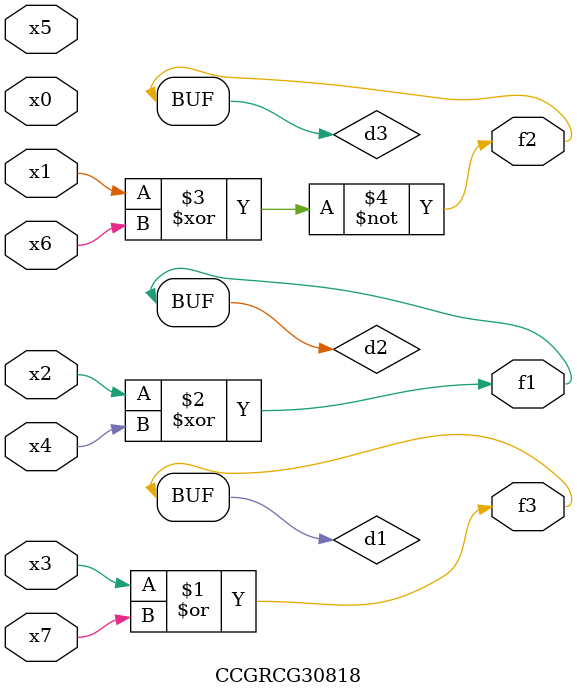
<source format=v>
module CCGRCG30818(
	input x0, x1, x2, x3, x4, x5, x6, x7,
	output f1, f2, f3
);

	wire d1, d2, d3;

	or (d1, x3, x7);
	xor (d2, x2, x4);
	xnor (d3, x1, x6);
	assign f1 = d2;
	assign f2 = d3;
	assign f3 = d1;
endmodule

</source>
